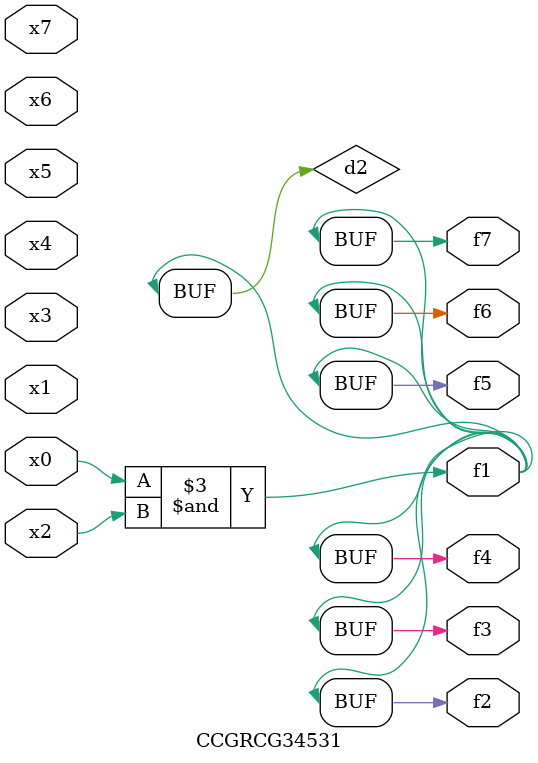
<source format=v>
module CCGRCG34531(
	input x0, x1, x2, x3, x4, x5, x6, x7,
	output f1, f2, f3, f4, f5, f6, f7
);

	wire d1, d2;

	nor (d1, x3, x6);
	and (d2, x0, x2);
	assign f1 = d2;
	assign f2 = d2;
	assign f3 = d2;
	assign f4 = d2;
	assign f5 = d2;
	assign f6 = d2;
	assign f7 = d2;
endmodule

</source>
